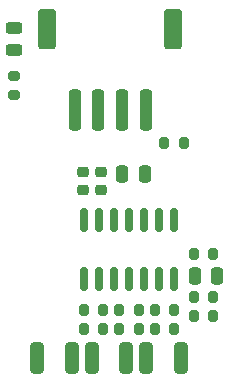
<source format=gbr>
%TF.GenerationSoftware,KiCad,Pcbnew,(6.0.6-0)*%
%TF.CreationDate,2023-05-31T20:28:53-07:00*%
%TF.ProjectId,HCT20,48435432-302e-46b6-9963-61645f706362,rev?*%
%TF.SameCoordinates,Original*%
%TF.FileFunction,Paste,Top*%
%TF.FilePolarity,Positive*%
%FSLAX46Y46*%
G04 Gerber Fmt 4.6, Leading zero omitted, Abs format (unit mm)*
G04 Created by KiCad (PCBNEW (6.0.6-0)) date 2023-05-31 20:28:53*
%MOMM*%
%LPD*%
G01*
G04 APERTURE LIST*
G04 Aperture macros list*
%AMRoundRect*
0 Rectangle with rounded corners*
0 $1 Rounding radius*
0 $2 $3 $4 $5 $6 $7 $8 $9 X,Y pos of 4 corners*
0 Add a 4 corners polygon primitive as box body*
4,1,4,$2,$3,$4,$5,$6,$7,$8,$9,$2,$3,0*
0 Add four circle primitives for the rounded corners*
1,1,$1+$1,$2,$3*
1,1,$1+$1,$4,$5*
1,1,$1+$1,$6,$7*
1,1,$1+$1,$8,$9*
0 Add four rect primitives between the rounded corners*
20,1,$1+$1,$2,$3,$4,$5,0*
20,1,$1+$1,$4,$5,$6,$7,0*
20,1,$1+$1,$6,$7,$8,$9,0*
20,1,$1+$1,$8,$9,$2,$3,0*%
G04 Aperture macros list end*
%ADD10RoundRect,0.250000X0.250000X1.500000X-0.250000X1.500000X-0.250000X-1.500000X0.250000X-1.500000X0*%
%ADD11RoundRect,0.250001X0.499999X1.449999X-0.499999X1.449999X-0.499999X-1.449999X0.499999X-1.449999X0*%
%ADD12RoundRect,0.200000X0.200000X0.275000X-0.200000X0.275000X-0.200000X-0.275000X0.200000X-0.275000X0*%
%ADD13RoundRect,0.243750X-0.456250X0.243750X-0.456250X-0.243750X0.456250X-0.243750X0.456250X0.243750X0*%
%ADD14RoundRect,0.225000X-0.250000X0.225000X-0.250000X-0.225000X0.250000X-0.225000X0.250000X0.225000X0*%
%ADD15RoundRect,0.250000X-0.312500X-1.075000X0.312500X-1.075000X0.312500X1.075000X-0.312500X1.075000X0*%
%ADD16RoundRect,0.250000X0.250000X0.475000X-0.250000X0.475000X-0.250000X-0.475000X0.250000X-0.475000X0*%
%ADD17RoundRect,0.200000X0.275000X-0.200000X0.275000X0.200000X-0.275000X0.200000X-0.275000X-0.200000X0*%
%ADD18RoundRect,0.200000X-0.200000X-0.275000X0.200000X-0.275000X0.200000X0.275000X-0.200000X0.275000X0*%
%ADD19RoundRect,0.250000X-0.250000X-0.475000X0.250000X-0.475000X0.250000X0.475000X-0.250000X0.475000X0*%
%ADD20RoundRect,0.150000X0.150000X-0.825000X0.150000X0.825000X-0.150000X0.825000X-0.150000X-0.825000X0*%
G04 APERTURE END LIST*
D10*
%TO.C,J3*%
X113000000Y-69200000D03*
X111000000Y-69200000D03*
X109000000Y-69200000D03*
X107000000Y-69200000D03*
D11*
X115350000Y-62300000D03*
X104650000Y-62300000D03*
%TD*%
D12*
%TO.C,R4*%
X109425000Y-86100000D03*
X107775000Y-86100000D03*
%TD*%
D13*
%TO.C,D1*%
X101840000Y-62202500D03*
X101840000Y-64077500D03*
%TD*%
D14*
%TO.C,C8*%
X109200000Y-74425000D03*
X109200000Y-75975000D03*
%TD*%
D12*
%TO.C,R12*%
X116225000Y-72000000D03*
X114575000Y-72000000D03*
%TD*%
D15*
%TO.C,R8*%
X103837500Y-90200000D03*
X106762500Y-90200000D03*
%TD*%
D16*
%TO.C,C9*%
X119050000Y-83200000D03*
X117150000Y-83200000D03*
%TD*%
D17*
%TO.C,R11*%
X101900000Y-67925000D03*
X101900000Y-66275000D03*
%TD*%
D18*
%TO.C,R13*%
X107775000Y-87700000D03*
X109425000Y-87700000D03*
%TD*%
D14*
%TO.C,C1*%
X107700000Y-74425000D03*
X107700000Y-75975000D03*
%TD*%
D15*
%TO.C,R10*%
X113037500Y-90200000D03*
X115962500Y-90200000D03*
%TD*%
%TO.C,R9*%
X108437500Y-90200000D03*
X111362500Y-90200000D03*
%TD*%
D18*
%TO.C,R15*%
X113775000Y-87700000D03*
X115425000Y-87700000D03*
%TD*%
%TO.C,R7*%
X117075000Y-86600000D03*
X118725000Y-86600000D03*
%TD*%
D12*
%TO.C,R5*%
X112425000Y-86100000D03*
X110775000Y-86100000D03*
%TD*%
%TO.C,R2*%
X118725000Y-85000000D03*
X117075000Y-85000000D03*
%TD*%
D19*
%TO.C,C3*%
X111050000Y-74600000D03*
X112950000Y-74600000D03*
%TD*%
D12*
%TO.C,R6*%
X115425000Y-86100000D03*
X113775000Y-86100000D03*
%TD*%
D18*
%TO.C,R1*%
X117075000Y-81400000D03*
X118725000Y-81400000D03*
%TD*%
%TO.C,R14*%
X110775000Y-87700000D03*
X112425000Y-87700000D03*
%TD*%
D20*
%TO.C,U1*%
X107790000Y-83475000D03*
X109060000Y-83475000D03*
X110330000Y-83475000D03*
X111600000Y-83475000D03*
X112870000Y-83475000D03*
X114140000Y-83475000D03*
X115410000Y-83475000D03*
X115410000Y-78525000D03*
X114140000Y-78525000D03*
X112870000Y-78525000D03*
X111600000Y-78525000D03*
X110330000Y-78525000D03*
X109060000Y-78525000D03*
X107790000Y-78525000D03*
%TD*%
M02*

</source>
